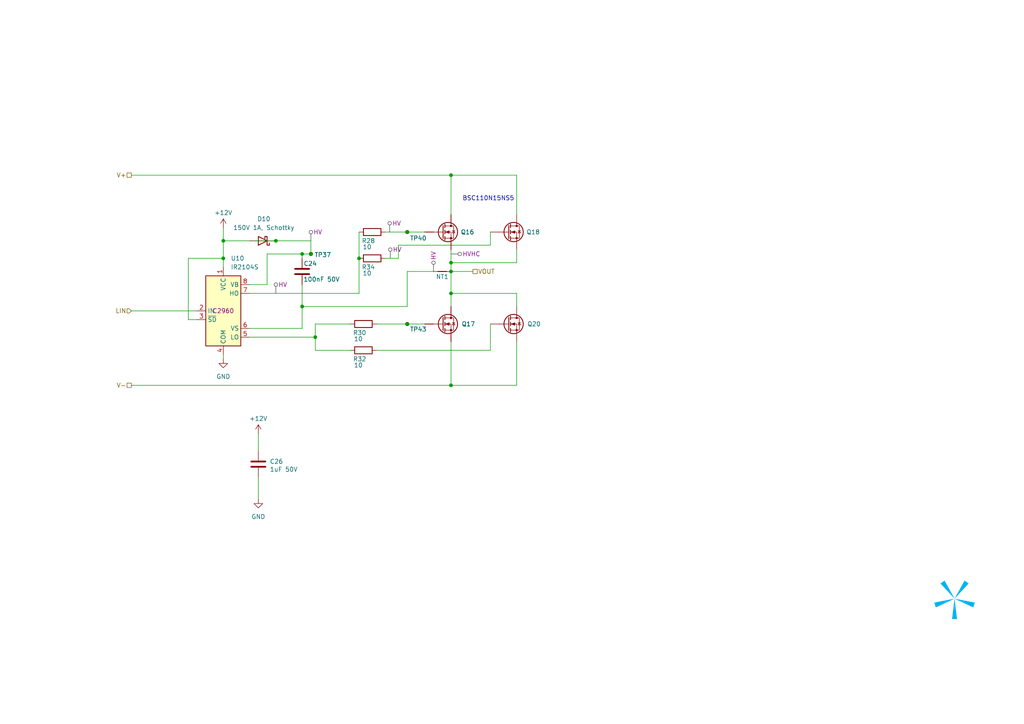
<source format=kicad_sch>
(kicad_sch (version 20250114) (generator "eeschema") (generator_version "9.0")
  (paper "A4")
  (title_block (title "PULSER") (date "2025-03-27") (rev "3") (company "Spark Project") (comment 1 "Author: 夕月霞 (xyx)") (comment 2 "EDM Pulse Generator Board"))
  (lib_symbols
    (symbol "Connector:TestPoint_Small" (pin_numbers (hide yes)) (pin_names (offset 0.762) (hide yes))
      (property "Reference" "TP" (at 0 3.81 0))
      (property "Value" "TestPoint_Small" (at 0 2.032 0))
      (symbol "TestPoint_Small_0_1"
        (circle (center 0 0) (radius 0.508))
      )
      (symbol "TestPoint_Small_1_1"
        (pin passive line (at 0 0 90) (length 0) (name "1") (number "1"))
      )
    )
    (symbol "Device:C" (pin_numbers (hide yes)) (pin_names (offset 0.254))
      (property "Reference" "C" (at 0.635 2.54 0))
      (property "Value" "C" (at 0.635 -2.54 0))
      (symbol "C_0_1"
        (polyline (pts (xy -2.032 0.762) (xy 2.032 0.762)) (stroke (width 0.508)))
        (polyline (pts (xy -2.032 -0.762) (xy 2.032 -0.762)) (stroke (width 0.508)))
      )
      (symbol "C_1_1"
        (pin passive line (at 0 3.81 270) (length 2.794) (name "~") (number "1"))
        (pin passive line (at 0 -3.81 90) (length 2.794) (name "~") (number "2"))
      )
    )
    (symbol "Device:D_Schottky" (pin_numbers (hide yes)) (pin_names (offset 1.016) (hide yes))
      (property "Reference" "D" (at 0 2.54 0))
      (property "Value" "D_Schottky" (at 0 -2.54 0))
      (symbol "D_Schottky_0_1"
        (polyline (pts (xy -1.905 0.635) (xy -1.905 1.27) (xy -1.27 1.27) (xy -1.27 -1.27) (xy -0.635 -1.27) (xy -0.635 -0.635)) (stroke (width 0.254)))
        (polyline (pts (xy 1.27 1.27) (xy 1.27 -1.27) (xy -1.27 0) (xy 1.27 1.27)) (stroke (width 0.254)))
        (polyline (pts (xy 1.27 0) (xy -1.27 0)))
      )
      (symbol "D_Schottky_1_1"
        (pin passive line (at -3.81 0 0) (length 2.54) (name "K") (number "1"))
        (pin passive line (at 3.81 0 180) (length 2.54) (name "A") (number "2"))
      )
    )
    (symbol "Device:NetTie_2" (pin_numbers (hide yes)) (pin_names (offset 0) (hide yes)) (in_bom no)
      (property "Reference" "NT" (at 0 1.27 0))
      (property "Value" "NetTie_2" (at 0 -1.27 0))
      (symbol "NetTie_2_0_1"
        (polyline (pts (xy -1.27 0) (xy 1.27 0)) (stroke (width 0.254)))
      )
      (symbol "NetTie_2_1_1"
        (pin passive line (at -2.54 0 0) (length 2.54) (name "1") (number "1"))
        (pin passive line (at 2.54 0 180) (length 2.54) (name "2") (number "2"))
      )
    )
    (symbol "Device:Q_NMOS" (pin_numbers (hide yes)) (pin_names (offset 0) (hide yes))
      (property "Reference" "Q" (at 5.08 1.27 0))
      (property "Value" "Q_NMOS" (at 5.08 -1.27 0))
      (symbol "Q_NMOS_0_1"
        (polyline (pts (xy 0.254 1.905) (xy 0.254 -1.905)) (stroke (width 0.254)))
        (polyline (pts (xy 0.254 0) (xy -2.54 0)))
        (polyline (pts (xy 0.762 2.286) (xy 0.762 1.27)) (stroke (width 0.254)))
        (polyline (pts (xy 0.762 0.508) (xy 0.762 -0.508)) (stroke (width 0.254)))
        (polyline (pts (xy 0.762 -1.27) (xy 0.762 -2.286)) (stroke (width 0.254)))
        (polyline (pts (xy 0.762 -1.778) (xy 3.302 -1.778) (xy 3.302 1.778) (xy 0.762 1.778)))
        (polyline (pts (xy 1.016 0) (xy 2.032 0.381) (xy 2.032 -0.381) (xy 1.016 0)) (fill (type outline)))
        (circle (center 1.651 0) (radius 2.794) (stroke (width 0.254)))
        (polyline (pts (xy 2.54 2.54) (xy 2.54 1.778)))
        (circle (center 2.54 1.778) (radius 0.254) (fill (type outline)))
        (circle (center 2.54 -1.778) (radius 0.254) (fill (type outline)))
        (polyline (pts (xy 2.54 -2.54) (xy 2.54 0) (xy 0.762 0)))
        (polyline (pts (xy 2.921 0.381) (xy 3.683 0.381)))
        (polyline (pts (xy 3.302 0.381) (xy 2.921 -0.254) (xy 3.683 -0.254) (xy 3.302 0.381)))
      )
      (symbol "Q_NMOS_1_1"
        (pin input line (at -5.08 0 0) (length 2.54) (name "G") (number "G"))
        (pin passive line (at 2.54 5.08 270) (length 2.54) (name "D") (number "D"))
        (pin passive line (at 2.54 -5.08 90) (length 2.54) (name "S") (number "S"))
      )
    )
    (symbol "Device:R" (pin_numbers (hide yes)) (pin_names (offset 0))
      (property "Reference" "R" (at 2.032 0 90))
      (property "Value" "R" (at 0 0 90))
      (symbol "R_0_1"
        (rectangle (start -1.016 -2.54) (end 1.016 2.54) (stroke (width 0.254)))
      )
      (symbol "R_1_1"
        (pin passive line (at 0 3.81 270) (length 1.27) (name "~") (number "1"))
        (pin passive line (at 0 -3.81 90) (length 1.27) (name "~") (number "2"))
      )
    )
    (symbol "Driver_FET:IR2104"
      (property "Reference" "U" (at 1.27 13.335 0))
      (property "Value" "IR2104" (at 1.27 11.43 0))
      (symbol "IR2104_0_1"
        (rectangle (start -5.08 -10.16) (end 5.08 10.16) (stroke (width 0.254)) (fill (type background)))
      )
      (symbol "IR2104_1_1"
        (pin input line (at -7.62 0 0) (length 2.54) (name "IN") (number "2"))
        (pin input line (at -7.62 -2.54 0) (length 2.54) (name "~{SD}") (number "3"))
        (pin power_in line (at 0 12.7 270) (length 2.54) (name "VCC") (number "1"))
        (pin power_in line (at 0 -12.7 90) (length 2.54) (name "COM") (number "4"))
        (pin passive line (at 7.62 7.62 180) (length 2.54) (name "VB") (number "8"))
        (pin output line (at 7.62 5.08 180) (length 2.54) (name "HO") (number "7"))
        (pin passive line (at 7.62 -5.08 180) (length 2.54) (name "VS") (number "6"))
        (pin output line (at 7.62 -7.62 180) (length 2.54) (name "LO") (number "5"))
      )
    )
    (symbol "power:GND" (power) (pin_numbers (hide yes)) (pin_names (offset 0) (hide yes))
      (property "Value" "GND" (at 0 -3.81 0))
      (symbol "GND_0_1"
        (polyline (pts (xy 0 0) (xy 0 -1.27) (xy 1.27 -1.27) (xy 0 -2.54) (xy -1.27 -1.27) (xy 0 -1.27)))
      )
      (symbol "GND_1_1"
        (pin power_in line (at 0 0 270) (length 0) (name "~") (number "1"))
      )
    )
    (symbol "power:VDD" (power) (pin_numbers (hide yes)) (pin_names (offset 0) (hide yes))
      (property "Value" "VDD" (at 0 3.556 0))
      (symbol "VDD_0_1"
        (polyline (pts (xy -0.762 1.27) (xy 0 2.54)))
        (polyline (pts (xy 0 2.54) (xy 0.762 1.27)))
        (polyline (pts (xy 0 0) (xy 0 2.54)))
      )
      (symbol "VDD_1_1"
        (pin power_in line (at 0 0 90) (length 0) (name "~") (number "1"))
      )
    )
  )
  (text "BSC110N15NS5" (at 134.112 57.658 0) (effects (font (size 1.27 1.27)) (justify left)))
  (junction (at 87.63 88.9))
  (junction (at 130.81 76.2))
  (junction (at 130.81 78.74))
  (junction (at 87.63 73.66))
  (junction (at 80.01 69.85))
  (junction (at 64.77 74.93))
  (junction (at 130.81 85.09))
  (junction (at 104.14 74.93))
  (junction (at 91.44 97.79))
  (junction (at 64.77 69.85))
  (junction (at 130.81 50.8))
  (junction (at 130.81 111.76))
  (junction (at 118.11 93.98))
  (junction (at 90.17 73.66))
  (junction (at 118.11 67.31))
  (wire (pts (xy 87.63 88.9) (xy 118.11 88.9)))
  (wire (pts (xy 130.81 85.09) (xy 130.81 88.9)))
  (wire (pts (xy 130.81 78.74) (xy 130.81 85.09)))
  (wire (pts (xy 72.39 82.55) (xy 77.47 82.55)))
  (wire (pts (xy 57.15 92.71) (xy 54.61 92.71)))
  (wire (pts (xy 130.81 78.74) (xy 137.16 78.74)))
  (wire (pts (xy 64.77 69.85) (xy 72.39 69.85)))
  (wire (pts (xy 87.63 82.55) (xy 87.63 88.9)))
  (wire (pts (xy 149.86 85.09) (xy 130.81 85.09)))
  (wire (pts (xy 149.86 111.76) (xy 130.81 111.76)))
  (wire (pts (xy 142.24 101.6) (xy 142.24 93.98)))
  (wire (pts (xy 72.39 85.09) (xy 104.14 85.09)))
  (wire (pts (xy 149.86 62.23) (xy 149.86 50.8)))
  (wire (pts (xy 87.63 73.66) (xy 87.63 74.93)))
  (wire (pts (xy 109.22 93.98) (xy 118.11 93.98)))
  (wire (pts (xy 130.81 72.39) (xy 130.81 76.2)))
  (wire (pts (xy 142.24 71.12) (xy 142.24 67.31)))
  (wire (pts (xy 77.47 82.55) (xy 77.47 73.66)))
  (wire (pts (xy 115.57 74.93) (xy 115.57 71.12)))
  (wire (pts (xy 72.39 97.79) (xy 91.44 97.79)))
  (wire (pts (xy 80.01 69.85) (xy 90.17 69.85)))
  (wire (pts (xy 118.11 93.98) (xy 123.19 93.98)))
  (wire (pts (xy 54.61 74.93) (xy 64.77 74.93)))
  (wire (pts (xy 118.11 78.74) (xy 125.73 78.74)))
  (wire (pts (xy 111.76 67.31) (xy 118.11 67.31)))
  (wire (pts (xy 38.1 90.17) (xy 57.15 90.17)))
  (wire (pts (xy 91.44 101.6) (xy 91.44 97.79)))
  (wire (pts (xy 91.44 93.98) (xy 101.6 93.98)))
  (wire (pts (xy 90.17 69.85) (xy 90.17 73.66)))
  (wire (pts (xy 130.81 111.76) (xy 130.81 99.06)))
  (wire (pts (xy 38.1 111.76) (xy 130.81 111.76)))
  (wire (pts (xy 111.76 74.93) (xy 115.57 74.93)))
  (wire (pts (xy 104.14 74.93) (xy 104.14 85.09)))
  (wire (pts (xy 130.81 76.2) (xy 130.81 78.74)))
  (wire (pts (xy 74.93 125.73) (xy 74.93 130.81)))
  (wire (pts (xy 118.11 78.74) (xy 118.11 88.9)))
  (wire (pts (xy 109.22 101.6) (xy 142.24 101.6)))
  (wire (pts (xy 149.86 88.9) (xy 149.86 85.09)))
  (wire (pts (xy 64.77 66.04) (xy 64.77 69.85)))
  (wire (pts (xy 38.1 50.8) (xy 130.81 50.8)))
  (wire (pts (xy 101.6 101.6) (xy 91.44 101.6)))
  (wire (pts (xy 64.77 74.93) (xy 64.77 77.47)))
  (wire (pts (xy 54.61 92.71) (xy 54.61 74.93)))
  (wire (pts (xy 64.77 102.87) (xy 64.77 104.14)))
  (wire (pts (xy 149.86 50.8) (xy 130.81 50.8)))
  (wire (pts (xy 77.47 73.66) (xy 87.63 73.66)))
  (wire (pts (xy 87.63 95.25) (xy 87.63 88.9)))
  (wire (pts (xy 87.63 73.66) (xy 90.17 73.66)))
  (wire (pts (xy 73.66 69.85) (xy 80.01 69.85)))
  (wire (pts (xy 130.81 50.8) (xy 130.81 62.23)))
  (wire (pts (xy 115.57 71.12) (xy 142.24 71.12)))
  (wire (pts (xy 118.11 67.31) (xy 123.19 67.31)))
  (wire (pts (xy 149.86 99.06) (xy 149.86 111.76)))
  (wire (pts (xy 72.39 95.25) (xy 87.63 95.25)))
  (wire (pts (xy 149.86 76.2) (xy 130.81 76.2)))
  (wire (pts (xy 91.44 97.79) (xy 91.44 93.98)))
  (wire (pts (xy 104.14 67.31) (xy 104.14 74.93)))
  (wire (pts (xy 64.77 69.85) (xy 64.77 74.93)))
  (wire (pts (xy 149.86 72.39) (xy 149.86 76.2)))
  (wire (pts (xy 74.93 138.43) (xy 74.93 144.78)))
  (image (at 276.86 173.99) (scale 1.13867))
  (hierarchical_label "VOUT" (shape passive) (at 137.16 78.74 0))
  (hierarchical_label "LIN" (shape input) (at 38.1 90.17 180))
  (hierarchical_label "V-" (shape passive) (at 38.1 111.76 180))
  (hierarchical_label "V+" (shape passive) (at 38.1 50.8 180))
  (netclass_flag "" (length 2.54) (shape round) (at 130.81 73.66 270) (property "Netclass" "HVHC" (at 134.112 73.66 0) (effects (justify left))))
  (netclass_flag "" (length 2.54) (shape round) (at 125.73 78.74 0) (property "Netclass" "HV" (at 125.73 75.438 90) (effects (justify left))))
  (netclass_flag "" (length 2.54) (shape round) (at 113.2003 74.93 0) (property "Netclass" "HV" (at 113.8988 72.39 0) (effects (justify left))))
  (netclass_flag "" (length 2.54) (shape round) (at 80.01 85.09 0) (property "Netclass" "HV" (at 80.7085 82.55 0) (effects (justify left))))
  (netclass_flag "" (length 2.54) (shape round) (at 90.17 69.85 0) (property "Netclass" "HV" (at 90.8685 67.31 0) (effects (justify left))))
  (netclass_flag "" (length 2.54) (shape round) (at 113.03 67.31 0) (property "Netclass" "HV" (at 113.7285 64.77 0) (effects (justify left))))
  (symbol (lib_id "Driver_FET:IR2104") (at 64.77 90.17 0) (unit 1)
    (property "Reference" "U10" (at 66.9133 74.93 0) (effects (justify left)))
    (property "Value" "IR2104S" (at 66.9133 77.47 0) (effects (justify left)))
    (property "Footprint" "Package_SO:SOIC-8_3.9x4.9mm_P1.27mm" (effects (hide yes)))
    (property "Datasheet" "https://www.infineon.com/dgdl/ir2104.pdf?fileId=5546d462533600a4015355c7c1c31671" (effects (hide yes)))
    (property "Description" "Half-Bridge Driver, 600V, 210/360mA, PDIP-8/SOIC-8" (effects (hide yes)))
    (property "LCSC" "C2960" (at 64.77 90.17 0))
    (instances (project "PULSER" (path "" (reference "U10") (unit 1)) (path "" (reference "U8") (unit 1))))
  )
  (symbol (lib_id "Device:Q_NMOS") (at 147.32 67.31 0) (unit 1)
    (property "Reference" "Q18" (at 152.654 67.31 0) (effects (justify left)))
    (property "Value" "N-ch, Vds>=200V, fast switch, low Rds" (effects (hide yes)))
    (property "Footprint" "SparkAll:Infineon-TG-TDSON-8-NMOS" (effects (hide yes)))
    (property "Description" "N-MOSFET transistor, source/gate/drain" (effects (hide yes)))
    (property "LCSC" "C501501" (effects (hide yes)))
    (instances (project "PULSER" (path "" (reference "Q18") (unit 1)) (path "" (reference "Q19") (unit 1))))
  )
  (symbol (lib_id "Connector:TestPoint_Small") (at 90.17 73.66 0) (unit 1) (in_bom no)
    (property "Reference" "TP37" (at 91.186 73.914 0) (effects (justify left)))
    (property "Value" "TestPoint_Small" (effects (hide yes)))
    (property "Footprint" "TestPoint:TestPoint_Pad_D1.5mm" (effects (hide yes)))
    (property "Description" "test point" (effects (hide yes)))
    (instances (project "PULSER" (path "" (reference "TP37") (unit 1)) (path "" (reference "TP38") (unit 1))))
  )
  (symbol (lib_id "power:GND") (at 74.93 144.78 0) (unit 1)
    (property "Reference" "#PWR054" (effects (hide yes)))
    (property "Value" "GND" (at 74.93 149.86 0))
    (property "Description" "Power symbol creates a global label with name \"GND\" , ground" (effects (hide yes)))
    (instances (project "PULSER" (path "" (reference "#PWR054") (unit 1)) (path "" (reference "#PWR051") (unit 1))))
  )
  (symbol (lib_id "Device:C") (at 74.93 134.62 0) (unit 1)
    (property "Reference" "C26" (at 78.232 133.858 0) (effects (justify left)))
    (property "Value" "1uF 50V" (at 78.232 136.144 0) (effects (justify left)))
    (property "Footprint" "Capacitor_SMD:C_0603_1608Metric" (effects (hide yes)))
    (property "Description" "Unpolarized capacitor" (effects (hide yes)))
    (property "LCSC" "C15849" (effects (hide yes)))
    (instances (project "PULSER" (path "" (reference "C26") (unit 1)) (path "" (reference "C25") (unit 1))))
  )
  (symbol (lib_id "Connector:TestPoint_Small") (at 118.11 67.31 0) (unit 1) (in_bom no)
    (property "Reference" "TP40" (at 118.872 69.088 0) (effects (justify left)))
    (property "Value" "TestPoint_Small" (effects (hide yes)))
    (property "Footprint" "TestPoint:TestPoint_Pad_D1.5mm" (effects (hide yes)))
    (property "Description" "test point" (effects (hide yes)))
    (instances (project "PULSER" (path "" (reference "TP40") (unit 1)) (path "" (reference "TP41") (unit 1))))
  )
  (symbol (lib_id "Device:NetTie_2") (at 128.27 78.74 180) (unit 1) (in_bom no)
    (property "Reference" "NT1" (at 128.27 80.264 0))
    (property "Value" "NetTie_2" (effects (hide yes)))
    (property "Footprint" "NetTie:NetTie-2_SMD_Pad0.5mm" (effects (hide yes)))
    (property "Description" "Net tie, 2 pins" (effects (hide yes)))
    (instances (project "" (path "" (reference "NT1") (unit 1)) (path "" (reference "NT2") (unit 1))))
  )
  (symbol (lib_id "Device:Q_NMOS") (at 128.27 93.98 0) (unit 1)
    (property "Reference" "Q17" (at 133.858 93.98 0) (effects (justify left)))
    (property "Value" "N-ch, Vds>=200V, fast switch, low Rds" (effects (hide yes)))
    (property "Footprint" "SparkAll:Infineon-TG-TDSON-8-NMOS" (effects (hide yes)))
    (property "Description" "N-MOSFET transistor, source/gate/drain" (effects (hide yes)))
    (property "LCSC" "C501501" (effects (hide yes)))
    (instances (project "PULSER" (path "" (reference "Q17") (unit 1)) (path "" (reference "Q15") (unit 1))))
  )
  (symbol (lib_id "Device:R") (at 107.95 67.31 270) (unit 1)
    (property "Reference" "R28" (at 104.902 69.85 90) (effects (justify left)))
    (property "Value" "10" (at 105.156 71.628 90) (effects (justify left)))
    (property "Footprint" "Resistor_SMD:R_0603_1608Metric" (effects (hide yes)))
    (property "Description" "Resistor" (effects (hide yes)))
    (property "LCSC" "C22859" (effects (hide yes)))
    (instances (project "PULSER" (path "" (reference "R28") (unit 1)) (path "" (reference "R29") (unit 1))))
  )
  (symbol (lib_id "Device:R") (at 105.41 93.98 270) (unit 1)
    (property "Reference" "R30" (at 102.362 96.52 90) (effects (justify left)))
    (property "Value" "10" (at 102.616 98.298 90) (effects (justify left)))
    (property "Footprint" "Resistor_SMD:R_0603_1608Metric" (effects (hide yes)))
    (property "Description" "Resistor" (effects (hide yes)))
    (property "LCSC" "C22859" (effects (hide yes)))
    (instances (project "PULSER" (path "" (reference "R30") (unit 1)) (path "" (reference "R31") (unit 1))))
  )
  (symbol (lib_id "Device:Q_NMOS") (at 147.32 93.98 0) (unit 1)
    (property "Reference" "Q20" (at 152.908 93.98 0) (effects (justify left)))
    (property "Value" "N-ch, Vds>=200V, fast switch, low Rds" (effects (hide yes)))
    (property "Footprint" "SparkAll:Infineon-TG-TDSON-8-NMOS" (effects (hide yes)))
    (property "Description" "N-MOSFET transistor, source/gate/drain" (effects (hide yes)))
    (property "LCSC" "C501501" (effects (hide yes)))
    (instances (project "PULSER" (path "" (reference "Q20") (unit 1)) (path "" (reference "Q21") (unit 1))))
  )
  (symbol (lib_id "Connector:TestPoint_Small") (at 118.11 93.98 0) (unit 1) (in_bom no)
    (property "Reference" "TP43" (at 118.872 95.504 0) (effects (justify left)))
    (property "Value" "TestPoint_Small" (effects (hide yes)))
    (property "Footprint" "TestPoint:TestPoint_Pad_D1.5mm" (effects (hide yes)))
    (property "Description" "test point" (effects (hide yes)))
    (instances (project "PULSER" (path "" (reference "TP43") (unit 1)) (path "" (reference "TP44") (unit 1))))
  )
  (symbol (lib_id "Device:D_Schottky") (at 76.2 69.85 180) (unit 1)
    (property "Reference" "D10" (at 76.5175 63.5 0))
    (property "Value" "150V 1A, Schottky" (at 76.5175 66.04 0))
    (property "Footprint" "Diode_SMD:D_SOD-323" (effects (hide yes)))
    (property "Description" "Schottky diode" (effects (hide yes)))
    (property "LCSC" "C2842811" (effects (hide yes)))
    (instances (project "PULSER" (path "" (reference "D10") (unit 1)) (path "" (reference "D6") (unit 1))))
  )
  (symbol (lib_id "Device:R") (at 105.41 101.6 270) (unit 1)
    (property "Reference" "R32" (at 102.362 104.14 90) (effects (justify left)))
    (property "Value" "10" (at 102.616 105.918 90) (effects (justify left)))
    (property "Footprint" "Resistor_SMD:R_0603_1608Metric" (effects (hide yes)))
    (property "Description" "Resistor" (effects (hide yes)))
    (property "LCSC" "C22859" (effects (hide yes)))
    (instances (project "PULSER" (path "" (reference "R32") (unit 1)) (path "" (reference "R33") (unit 1))))
  )
  (symbol (lib_id "Device:Q_NMOS") (at 128.27 67.31 0) (unit 1)
    (property "Reference" "Q16" (at 133.604 67.31 0) (effects (justify left)))
    (property "Value" "N-ch, Vds>=200V, fast switch, low Rds" (effects (hide yes)))
    (property "Footprint" "SparkAll:Infineon-TG-TDSON-8-NMOS" (effects (hide yes)))
    (property "Description" "N-MOSFET transistor, source/gate/drain" (effects (hide yes)))
    (property "LCSC" "C501501" (effects (hide yes)))
    (instances (project "PULSER" (path "" (reference "Q16") (unit 1)) (path "" (reference "Q14") (unit 1))))
  )
  (symbol (lib_id "Device:C") (at 87.63 78.74 180) (unit 1)
    (property "Reference" "C24" (at 91.948 76.454 0) (effects (justify left)))
    (property "Value" "100nF 50V" (at 98.552 81.026 0) (effects (justify left)))
    (property "Footprint" "Capacitor_SMD:C_0603_1608Metric" (effects (hide yes)))
    (property "Description" "Unpolarized capacitor" (effects (hide yes)))
    (property "LCSC" "C14663" (effects (hide yes)))
    (instances (project "PULSER" (path "" (reference "C24") (unit 1)) (path "" (reference "C9") (unit 1))))
  )
  (symbol (lib_id "Device:R") (at 107.95 74.93 270) (unit 1)
    (property "Reference" "R34" (at 104.902 77.47 90) (effects (justify left)))
    (property "Value" "10" (at 105.156 79.248 90) (effects (justify left)))
    (property "Footprint" "Resistor_SMD:R_0603_1608Metric" (effects (hide yes)))
    (property "Description" "Resistor" (effects (hide yes)))
    (property "LCSC" "C22859" (effects (hide yes)))
    (instances (project "PULSER" (path "" (reference "R34") (unit 1)) (path "" (reference "R35") (unit 1))))
  )
  (symbol (lib_id "power:GND") (at 64.77 104.14 0) (unit 1)
    (property "Reference" "#PWR055" (effects (hide yes)))
    (property "Value" "GND" (at 64.77 109.22 0))
    (property "Description" "Power symbol creates a global label with name \"GND\" , ground" (effects (hide yes)))
    (instances (project "PULSER" (path "" (reference "#PWR055") (unit 1)) (path "" (reference "#PWR056") (unit 1))))
  )
  (symbol (lib_id "power:VDD") (at 64.77 66.04 0) (unit 1)
    (property "Reference" "#PWR052" (effects (hide yes)))
    (property "Value" "+12V" (at 64.77 61.722 0))
    (property "Description" "Power symbol creates a global label with name \"VDD\"" (effects (hide yes)))
    (instances (project "PULSER" (path "" (reference "#PWR052") (unit 1)) (path "" (reference "#PWR048") (unit 1))))
  )
  (symbol (lib_id "power:VDD") (at 74.93 125.73 0) (unit 1)
    (property "Reference" "#PWR053" (effects (hide yes)))
    (property "Value" "+12V" (at 74.93 121.412 0))
    (property "Description" "Power symbol creates a global label with name \"VDD\"" (effects (hide yes)))
    (instances (project "PULSER" (path "" (reference "#PWR053") (unit 1)) (path "" (reference "#PWR050") (unit 1))))
  )
)
</source>
